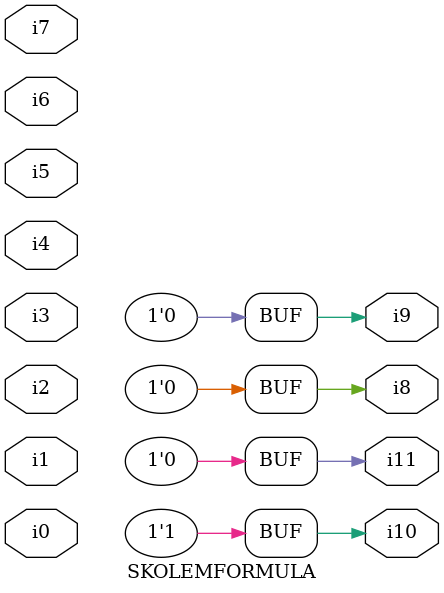
<source format=v>

module SKOLEMFORMULA ( 
    i0, i1, i2, i3, i4, i5, i6, i7,
    i8, i9, i10, i11  );
  input  i0, i1, i2, i3, i4, i5, i6, i7;
  output i8, i9, i10, i11;
  assign i8 = 1'b0;
  assign i9 = 1'b0;
  assign i10 = 1'b1;
  assign i11 = 1'b0;
endmodule



</source>
